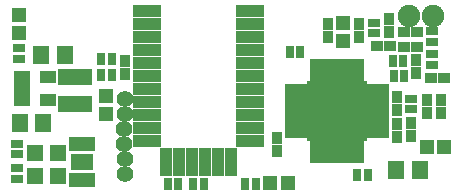
<source format=gts>
G04 #@! TF.FileFunction,Soldermask,Top*
%FSLAX46Y46*%
G04 Gerber Fmt 4.6, Leading zero omitted, Abs format (unit mm)*
G04 Created by KiCad (PCBNEW 4.0.1-stable) date 28/01/2016 21:23:27*
%MOMM*%
G01*
G04 APERTURE LIST*
%ADD10C,0.100000*%
%ADD11R,0.800000X1.000000*%
%ADD12R,0.720000X1.300000*%
%ADD13R,1.960000X1.460000*%
%ADD14R,1.400000X1.650000*%
%ADD15R,0.900000X1.000000*%
%ADD16R,1.000000X0.900000*%
%ADD17R,1.200000X1.150000*%
%ADD18R,1.150000X1.200000*%
%ADD19R,1.197560X1.197560*%
%ADD20R,1.000000X0.800000*%
%ADD21R,2.940000X1.421080*%
%ADD22C,1.900000*%
%ADD23R,0.680000X1.200000*%
%ADD24R,0.700000X1.900000*%
%ADD25R,1.900000X0.700000*%
%ADD26R,5.200000X5.200000*%
%ADD27R,2.400000X1.100000*%
%ADD28R,1.100000X2.400000*%
%ADD29R,1.400000X1.400000*%
%ADD30R,1.460000X1.050000*%
%ADD31C,1.400000*%
G04 APERTURE END LIST*
D10*
D11*
X72150000Y-63200000D03*
X71250000Y-63200000D03*
D12*
X56650000Y-62800000D03*
X57150000Y-62800000D03*
X57650000Y-62800000D03*
X58150000Y-62800000D03*
X58150000Y-59800000D03*
X57650000Y-59800000D03*
X57150000Y-59800000D03*
X56650000Y-59800000D03*
D13*
X57400000Y-61300000D03*
D14*
X84000000Y-62000000D03*
X86000000Y-62000000D03*
D15*
X87800000Y-57150000D03*
X87800000Y-56050000D03*
X73900000Y-59250000D03*
X73900000Y-60350000D03*
X78200000Y-50700000D03*
X78200000Y-49600000D03*
X85280000Y-58020000D03*
X85280000Y-59120000D03*
X80900000Y-50700000D03*
X80900000Y-49600000D03*
D16*
X83475000Y-51500000D03*
X82375000Y-51500000D03*
D15*
X84050000Y-55800000D03*
X84050000Y-56900000D03*
X83425000Y-50325000D03*
X83425000Y-49225000D03*
X86600000Y-56050000D03*
X86600000Y-57150000D03*
X85725000Y-53800000D03*
X85725000Y-52700000D03*
D16*
X86925000Y-54150000D03*
X88025000Y-54150000D03*
X85750000Y-51525000D03*
X84650000Y-51525000D03*
X85750000Y-50325000D03*
X84650000Y-50325000D03*
D17*
X86590000Y-60060000D03*
X88090000Y-60060000D03*
D15*
X61075000Y-52725000D03*
X61075000Y-53825000D03*
X84040000Y-58050000D03*
X84040000Y-59150000D03*
D18*
X59430000Y-55720000D03*
X59430000Y-57220000D03*
X79550000Y-51050000D03*
X79550000Y-49550000D03*
D14*
X53950000Y-52225000D03*
X55950000Y-52225000D03*
X54150000Y-58000000D03*
X52150000Y-58000000D03*
D19*
X73350700Y-63100000D03*
X74849300Y-63100000D03*
X52100000Y-50349300D03*
X52100000Y-48850700D03*
D20*
X82150000Y-49500000D03*
X82150000Y-50400000D03*
X85300000Y-56850000D03*
X85300000Y-55950000D03*
D11*
X83700000Y-52775000D03*
X84600000Y-52775000D03*
D20*
X87025000Y-53050000D03*
X87025000Y-52150000D03*
X87025000Y-51125000D03*
X87025000Y-50225000D03*
D11*
X59050000Y-52600000D03*
X59950000Y-52600000D03*
X59050000Y-53900000D03*
X59950000Y-53900000D03*
D21*
X56825000Y-56370540D03*
X56825000Y-54079460D03*
D22*
X87100000Y-48925000D03*
X85100000Y-48925000D03*
D23*
X87100000Y-49925000D03*
D11*
X81625000Y-62375000D03*
X80725000Y-62375000D03*
X74980000Y-51960000D03*
X75880000Y-51960000D03*
X84700000Y-54050000D03*
X83800000Y-54050000D03*
X65550000Y-63200000D03*
X64650000Y-63200000D03*
X66850000Y-63200000D03*
X67750000Y-63200000D03*
D20*
X51900000Y-60650000D03*
X51900000Y-59750000D03*
X51900000Y-61850000D03*
X51900000Y-62750000D03*
X52100000Y-51640000D03*
X52100000Y-52540000D03*
D24*
X80950000Y-53550000D03*
X80300000Y-53550000D03*
X79650000Y-53550000D03*
X79000000Y-53550000D03*
X78350000Y-53550000D03*
X77700000Y-53550000D03*
X77050000Y-53550000D03*
D25*
X75550000Y-55050000D03*
X75550000Y-55700000D03*
X75550000Y-56350000D03*
X75550000Y-57000000D03*
X75550000Y-57650000D03*
X75550000Y-58300000D03*
X75550000Y-58950000D03*
D24*
X77050000Y-60450000D03*
X77700000Y-60450000D03*
X78350000Y-60450000D03*
X79000000Y-60450000D03*
X79650000Y-60450000D03*
X80300000Y-60450000D03*
X80950000Y-60450000D03*
D25*
X82450000Y-58950000D03*
X82450000Y-58300000D03*
X82450000Y-57650000D03*
X82450000Y-57000000D03*
X82450000Y-56350000D03*
X82450000Y-55700000D03*
X82450000Y-55050000D03*
D26*
X79000000Y-57000000D03*
D27*
X62955000Y-48525000D03*
X62955000Y-49625000D03*
X62955000Y-50725000D03*
X62955000Y-51825000D03*
X62955000Y-52925000D03*
X62955000Y-54025000D03*
X62955000Y-55125000D03*
X62955000Y-56225000D03*
X62955000Y-57325000D03*
X62955000Y-58425000D03*
X62955000Y-59525000D03*
X71595000Y-59525000D03*
X71595000Y-58425000D03*
X71595000Y-57325000D03*
X71595000Y-56225000D03*
X71595000Y-55125000D03*
X71595000Y-54025000D03*
X71595000Y-52925000D03*
X71595000Y-51825000D03*
X71595000Y-50725000D03*
X71595000Y-49625000D03*
X71595000Y-48525000D03*
D28*
X64525000Y-61325000D03*
X65625000Y-61325000D03*
X66725000Y-61325000D03*
X67825000Y-61325000D03*
X68925000Y-61325000D03*
X70025000Y-61325000D03*
D29*
X55400000Y-60500000D03*
X53400000Y-60500000D03*
X53400000Y-62500000D03*
X55400000Y-62500000D03*
D30*
X52325000Y-54125000D03*
X52325000Y-55075000D03*
X52325000Y-56025000D03*
X54525000Y-56025000D03*
X54525000Y-54125000D03*
D31*
X61025000Y-62350000D03*
X61088500Y-61080000D03*
X60961500Y-59810000D03*
X60961500Y-58540000D03*
X61088500Y-57270000D03*
X61025000Y-56000000D03*
M02*

</source>
